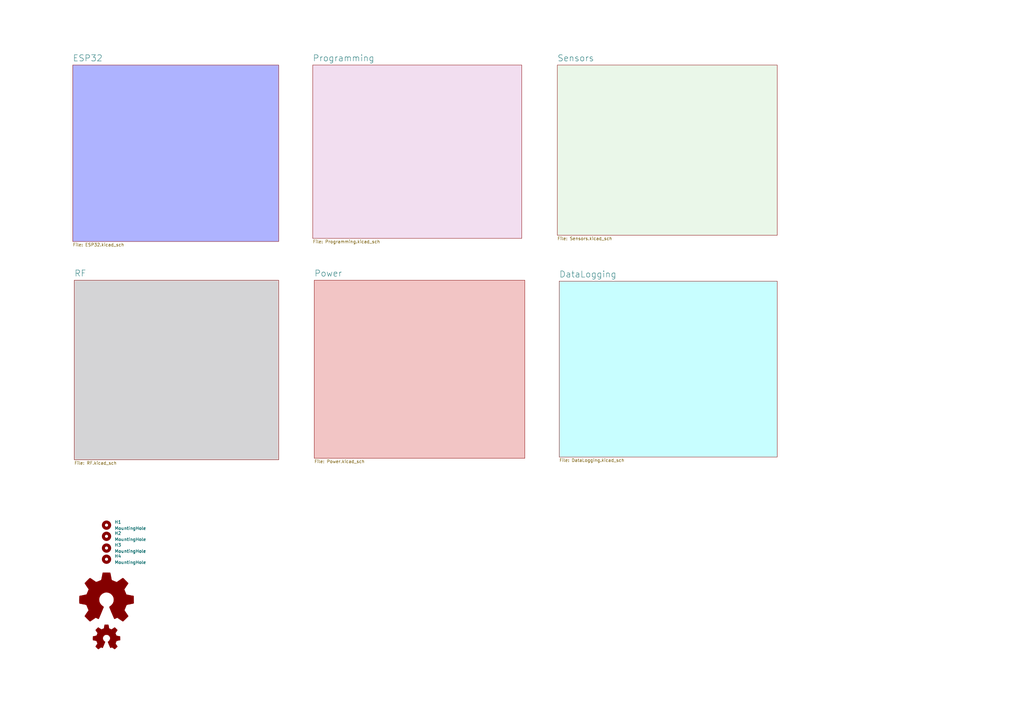
<source format=kicad_sch>
(kicad_sch (version 20211123) (generator eeschema)
  (paper "A3")
  (title_block (title "L2 Rocket PCB") (date "2021-05-05") (rev "2.0") (company "Monash University") (comment 1 "Created by Angus McLennan") (comment 2 "ID: 29714389"))
  (lib_symbols
    (symbol "Graphic:Logo_Open_Hardware_Large" (pin_names (offset 1.016))
      (symbol "Logo_Open_Hardware_Large_1_1"
        (polyline (pts (xy 6.731 -8.7122) (xy 6.6294 -8.6614) (xy 6.35 -8.4836) (xy 5.9944 -8.255) (xy 5.5372 -7.9502) (xy 5.1054 -7.6454) (xy 4.7498 -7.4168) (xy 4.4958 -7.239) (xy 4.3942 -7.1882) (xy 4.318 -7.2136) (xy 4.1148 -7.3152) (xy 3.81 -7.4676) (xy 3.6322 -7.5692) (xy 3.3528 -7.6708) (xy 3.2258 -7.6962) (xy 3.2004 -7.6708) (xy 3.0988 -7.4676) (xy 2.9464 -7.0866) (xy 2.7178 -6.604) (xy 2.4892 -6.0452) (xy 2.2352 -5.4356) (xy 1.9558 -4.826) (xy 1.7272 -4.2164) (xy 1.4986 -3.683) (xy 1.3208 -3.2512) (xy 1.2192 -2.9464) (xy 1.1684 -2.8194) (xy 1.1938 -2.794) (xy 1.3208 -2.667) (xy 1.5748 -2.4892) (xy 2.0828 -2.0574) (xy 2.6162 -1.397) (xy 2.921 -0.6604) (xy 3.048 0.1524) (xy 2.9464 0.9144) (xy 2.6416 1.6256) (xy 2.1336 2.286) (xy 1.524 2.7686) (xy 0.8128 3.0734) (xy 0 3.175) (xy -0.762 3.0988) (xy -1.4986 2.794) (xy -2.159 2.286) (xy -2.4384 1.9812) (xy -2.8194 1.3208) (xy -3.048 0.6096) (xy -3.0734 0.4318) (xy -3.0226 -0.3556) (xy -2.794 -1.0922) (xy -2.3876 -1.7526) (xy -1.8288 -2.3114) (xy -1.7526 -2.3622) (xy -1.4732 -2.5654) (xy -1.2954 -2.6924) (xy -1.1684 -2.8194) (xy -2.159 -5.207) (xy -2.3114 -5.588) (xy -2.5908 -6.2484) (xy -2.8194 -6.8072) (xy -3.0226 -7.2644) (xy -3.1496 -7.5692) (xy -3.2258 -7.6708) (xy -3.2258 -7.6962) (xy -3.302 -7.6962) (xy -3.4798 -7.6454) (xy -3.8354 -7.4676) (xy -4.0386 -7.366) (xy -4.2926 -7.239) (xy -4.4196 -7.1882) (xy -4.5212 -7.239) (xy -4.7498 -7.3914) (xy -5.1054 -7.6454) (xy -5.5372 -7.9248) (xy -5.9436 -8.2042) (xy -6.3246 -8.4582) (xy -6.604 -8.636) (xy -6.731 -8.7122) (xy -6.7564 -8.7122) (xy -6.858 -8.636) (xy -7.0866 -8.4582) (xy -7.4168 -8.1534) (xy -7.874 -7.6962) (xy -7.9502 -7.62) (xy -8.3312 -7.239) (xy -8.636 -6.9088) (xy -8.8392 -6.6802) (xy -8.9154 -6.5786) (xy -8.9154 -6.5786) (xy -8.8392 -6.4516) (xy -8.6614 -6.1722) (xy -8.4328 -5.7912) (xy -8.128 -5.3594) (xy -7.3152 -4.191) (xy -7.7724 -3.0988) (xy -7.8994 -2.7686) (xy -8.0772 -2.3622) (xy -8.2042 -2.0828) (xy -8.255 -1.9558) (xy -8.382 -1.905) (xy -8.6614 -1.8542) (xy -9.0932 -1.7526) (xy -9.6266 -1.651) (xy -10.1092 -1.5748) (xy -10.541 -1.4732) (xy -10.8712 -1.4224) (xy -11.0236 -1.397) (xy -11.049 -1.3716) (xy -11.0744 -1.2954) (xy -11.0998 -1.143) (xy -11.0998 -0.889) (xy -11.1252 -0.4572) (xy -11.1252 0.1524) (xy -11.1252 0.2286) (xy -11.0998 0.8128) (xy -11.0998 1.27) (xy -11.0744 1.5494) (xy -11.0744 1.6764) (xy -11.0744 1.6764) (xy -10.922 1.7018) (xy -10.6172 1.778) (xy -10.16 1.8542) (xy -9.652 1.9558) (xy -9.6012 1.9812) (xy -9.0932 2.0828) (xy -8.636 2.159) (xy -8.3312 2.2352) (xy -8.2042 2.286) (xy -8.1788 2.3114) (xy -8.0772 2.5146) (xy -7.9248 2.8448) (xy -7.747 3.2512) (xy -7.5692 3.6576) (xy -7.4168 4.0386) (xy -7.3152 4.318) (xy -7.2898 4.445) (xy -7.2898 4.445) (xy -7.366 4.572) (xy -7.5438 4.826) (xy -7.7978 5.207) (xy -8.128 5.6642) (xy -8.128 5.6896) (xy -8.4328 6.1468) (xy -8.6868 6.5278) (xy -8.8392 6.7818) (xy -8.9154 6.9088) (xy -8.9154 6.9088) (xy -8.8138 7.0358) (xy -8.5852 7.2898) (xy -8.255 7.6454) (xy -7.874 8.0264) (xy -7.747 8.1534) (xy -7.3152 8.5852) (xy -7.0104 8.8646) (xy -6.8326 8.9916) (xy -6.731 9.0424) (xy -6.731 9.0424) (xy -6.604 8.9408) (xy -6.3246 8.763) (xy -5.9436 8.509) (xy -5.4864 8.2042) (xy -5.461 8.1788) (xy -5.0038 7.874) (xy -4.6482 7.62) (xy -4.3688 7.4422) (xy -4.2672 7.3914) (xy -4.2418 7.3914) (xy -4.064 7.4422) (xy -3.7338 7.5438) (xy -3.3528 7.6962) (xy -2.9464 7.874) (xy -2.5654 8.0264) (xy -2.286 8.1534) (xy -2.159 8.2296) (xy -2.159 8.2296) (xy -2.1082 8.382) (xy -2.032 8.7122) (xy -1.9304 9.1694) (xy -1.8288 9.7282) (xy -1.8034 9.8044) (xy -1.7018 10.3378) (xy -1.6256 10.7696) (xy -1.5748 11.0744) (xy -1.524 11.2014) (xy -1.4478 11.2268) (xy -1.1938 11.2522) (xy -0.8128 11.2522) (xy -0.3302 11.2522) (xy 0.1524 11.2522) (xy 0.6604 11.2522) (xy 1.0668 11.2268) (xy 1.3716 11.2014) (xy 1.4986 11.176) (xy 1.4986 11.176) (xy 1.5494 11.0236) (xy 1.6256 10.6934) (xy 1.7018 10.2108) (xy 1.8288 9.6774) (xy 1.8288 9.5758) (xy 1.9304 9.0424) (xy 2.032 8.6106) (xy 2.0828 8.3058) (xy 2.1336 8.2042) (xy 2.159 8.1788) (xy 2.3876 8.0772) (xy 2.7432 7.9248) (xy 3.175 7.747) (xy 4.191 7.3406) (xy 5.461 8.2042) (xy 5.5626 8.2804) (xy 6.0198 8.5852) (xy 6.3754 8.8392) (xy 6.6294 8.9916) (xy 6.7564 9.0424) (xy 6.7564 9.0424) (xy 6.8834 8.9408) (xy 7.1374 8.7122) (xy 7.4676 8.382) (xy 7.8486 7.9756) (xy 8.1534 7.6962) (xy 8.4836 7.3406) (xy 8.7122 7.112) (xy 8.8392 6.9596) (xy 8.8646 6.858) (xy 8.8646 6.8072) (xy 8.7884 6.6802) (xy 8.6106 6.4008) (xy 8.3312 6.0198) (xy 8.0264 5.588) (xy 7.7978 5.207) (xy 7.5184 4.8006) (xy 7.3406 4.4958) (xy 7.2898 4.3434) (xy 7.2898 4.2926) (xy 7.3914 4.0386) (xy 7.5184 3.683) (xy 7.7216 3.2258) (xy 8.1534 2.2352) (xy 8.7884 2.1082) (xy 9.1948 2.0574) (xy 9.7536 1.9304) (xy 10.2616 1.8288) (xy 11.0998 1.6764) (xy 11.1252 -1.3208) (xy 10.9982 -1.3716) (xy 10.8712 -1.397) (xy 10.5664 -1.4732) (xy 10.1346 -1.5494) (xy 9.6266 -1.651) (xy 9.1948 -1.7272) (xy 8.7376 -1.8288) (xy 8.4328 -1.8796) (xy 8.2804 -1.905) (xy 8.255 -1.9558) (xy 8.1534 -2.159) (xy 7.9756 -2.5146) (xy 7.8232 -2.921) (xy 7.6454 -3.3274) (xy 7.493 -3.7338) (xy 7.366 -4.0132) (xy 7.3406 -4.191) (xy 7.3914 -4.2926) (xy 7.5692 -4.5466) (xy 7.7978 -4.9276) (xy 8.1026 -5.3594) (xy 8.4074 -5.7912) (xy 8.6614 -6.1722) (xy 8.8138 -6.4262) (xy 8.89 -6.5532) (xy 8.8646 -6.6548) (xy 8.6868 -6.858) (xy 8.3566 -7.1882) (xy 7.874 -7.6708) (xy 7.7978 -7.747) (xy 7.3914 -8.128) (xy 7.0612 -8.4328) (xy 6.8326 -8.636) (xy 6.731 -8.7122)) (fill (type outline)))
      )
    )
    (symbol "Graphic:Logo_Open_Hardware_Small" (pin_names (offset 1.016))
      (symbol "Logo_Open_Hardware_Small_0_1"
        (polyline (pts (xy 3.3528 -4.3434) (xy 3.302 -4.318) (xy 3.175 -4.2418) (xy 2.9972 -4.1148) (xy 2.7686 -3.9624) (xy 2.54 -3.81) (xy 2.3622 -3.7084) (xy 2.2352 -3.6068) (xy 2.1844 -3.5814) (xy 2.159 -3.6068) (xy 2.0574 -3.6576) (xy 1.905 -3.7338) (xy 1.8034 -3.7846) (xy 1.6764 -3.8354) (xy 1.6002 -3.8354) (xy 1.6002 -3.8354) (xy 1.5494 -3.7338) (xy 1.4732 -3.5306) (xy 1.3462 -3.302) (xy 1.2446 -3.0226) (xy 1.1176 -2.7178) (xy 0.9652 -2.413) (xy 0.8636 -2.1082) (xy 0.7366 -1.8288) (xy 0.6604 -1.6256) (xy 0.6096 -1.4732) (xy 0.5842 -1.397) (xy 0.5842 -1.397) (xy 0.6604 -1.3208) (xy 0.7874 -1.2446) (xy 1.0414 -1.016) (xy 1.2954 -0.6858) (xy 1.4478 -0.3302) (xy 1.524 0.0762) (xy 1.4732 0.4572) (xy 1.3208 0.8128) (xy 1.0668 1.143) (xy 0.762 1.3716) (xy 0.4064 1.524) (xy 0 1.5748) (xy -0.381 1.5494) (xy -0.7366 1.397) (xy -1.0668 1.143) (xy -1.2192 0.9906) (xy -1.397 0.6604) (xy -1.524 0.3048) (xy -1.524 0.2286) (xy -1.4986 -0.1778) (xy -1.397 -0.5334) (xy -1.1938 -0.8636) (xy -0.9144 -1.143) (xy -0.8636 -1.1684) (xy -0.7366 -1.27) (xy -0.635 -1.3462) (xy -0.5842 -1.397) (xy -1.0668 -2.5908) (xy -1.143 -2.794) (xy -1.2954 -3.1242) (xy -1.397 -3.4036) (xy -1.4986 -3.6322) (xy -1.5748 -3.7846) (xy -1.6002 -3.8354) (xy -1.6002 -3.8354) (xy -1.651 -3.8354) (xy -1.7272 -3.81) (xy -1.905 -3.7338) (xy -2.0066 -3.683) (xy -2.1336 -3.6068) (xy -2.2098 -3.5814) (xy -2.2606 -3.6068) (xy -2.3622 -3.683) (xy -2.54 -3.81) (xy -2.7686 -3.9624) (xy -2.9718 -4.0894) (xy -3.1496 -4.2164) (xy -3.302 -4.318) (xy -3.3528 -4.3434) (xy -3.3782 -4.3434) (xy -3.429 -4.318) (xy -3.5306 -4.2164) (xy -3.7084 -4.064) (xy -3.937 -3.8354) (xy -3.9624 -3.81) (xy -4.1656 -3.6068) (xy -4.318 -3.4544) (xy -4.4196 -3.3274) (xy -4.445 -3.2766) (xy -4.445 -3.2766) (xy -4.4196 -3.2258) (xy -4.318 -3.0734) (xy -4.2164 -2.8956) (xy -4.064 -2.667) (xy -3.6576 -2.0828) (xy -3.8862 -1.5494) (xy -3.937 -1.3716) (xy -4.0386 -1.1684) (xy -4.0894 -1.0414) (xy -4.1148 -0.9652) (xy -4.191 -0.9398) (xy -4.318 -0.9144) (xy -4.5466 -0.8636) (xy -4.8006 -0.8128) (xy -5.0546 -0.7874) (xy -5.2578 -0.7366) (xy -5.4356 -0.7112) (xy -5.5118 -0.6858) (xy -5.5118 -0.6858) (xy -5.5372 -0.635) (xy -5.5372 -0.5588) (xy -5.5372 -0.4318) (xy -5.5626 -0.2286) (xy -5.5626 0.0762) (xy -5.5626 0.127) (xy -5.5372 0.4064) (xy -5.5372 0.635) (xy -5.5372 0.762) (xy -5.5372 0.8382) (xy -5.5372 0.8382) (xy -5.461 0.8382) (xy -5.3086 0.889) (xy -5.08 0.9144) (xy -4.826 0.9652) (xy -4.8006 0.9906) (xy -4.5466 1.0414) (xy -4.318 1.0668) (xy -4.1656 1.1176) (xy -4.0894 1.143) (xy -4.0894 1.143) (xy -4.0386 1.2446) (xy -3.9624 1.4224) (xy -3.8608 1.6256) (xy -3.7846 1.8288) (xy -3.7084 2.0066) (xy -3.6576 2.159) (xy -3.6322 2.2098) (xy -3.6322 2.2098) (xy -3.683 2.286) (xy -3.7592 2.413) (xy -3.8862 2.5908) (xy -4.064 2.8194) (xy -4.064 2.8448) (xy -4.2164 3.0734) (xy -4.3434 3.2512) (xy -4.4196 3.3782) (xy -4.445 3.4544) (xy -4.445 3.4544) (xy -4.3942 3.5052) (xy -4.2926 3.6322) (xy -4.1148 3.81) (xy -3.937 4.0132) (xy -3.8608 4.064) (xy -3.6576 4.2926) (xy -3.5052 4.4196) (xy -3.4036 4.4958) (xy -3.3528 4.5212) (xy -3.3528 4.5212) (xy -3.302 4.4704) (xy -3.1496 4.3688) (xy -2.9718 4.2418) (xy -2.7432 4.0894) (xy -2.7178 4.0894) (xy -2.4892 3.937) (xy -2.3114 3.81) (xy -2.1844 3.7084) (xy -2.1336 3.683) (xy -2.1082 3.683) (xy -2.032 3.7084) (xy -1.8542 3.7592) (xy -1.6764 3.8354) (xy -1.4732 3.937) (xy -1.27 4.0132) (xy -1.143 4.064) (xy -1.0668 4.1148) (xy -1.0668 4.1148) (xy -1.0414 4.191) (xy -1.016 4.3434) (xy -0.9652 4.572) (xy -0.9144 4.8514) (xy -0.889 4.9022) (xy -0.8382 5.1562) (xy -0.8128 5.3848) (xy -0.7874 5.5372) (xy -0.762 5.588) (xy -0.7112 5.6134) (xy -0.5842 5.6134) (xy -0.4064 5.6134) (xy -0.1524 5.6134) (xy 0.0762 5.6134) (xy 0.3302 5.6134) (xy 0.5334 5.6134) (xy 0.6858 5.588) (xy 0.7366 5.588) (xy 0.7366 5.588) (xy 0.762 5.5118) (xy 0.8128 5.334) (xy 0.8382 5.1054) (xy 0.9144 4.826) (xy 0.9144 4.7752) (xy 0.9652 4.5212) (xy 1.016 4.2926) (xy 1.0414 4.1402) (xy 1.0668 4.0894) (xy 1.0668 4.0894) (xy 1.1938 4.0386) (xy 1.3716 3.9624) (xy 1.5748 3.8608) (xy 2.0828 3.6576) (xy 2.7178 4.0894) (xy 2.7686 4.1402) (xy 2.9972 4.2926) (xy 3.175 4.4196) (xy 3.302 4.4958) (xy 3.3782 4.5212) (xy 3.3782 4.5212) (xy 3.429 4.4704) (xy 3.556 4.3434) (xy 3.7338 4.191) (xy 3.9116 3.9878) (xy 4.064 3.8354) (xy 4.2418 3.6576) (xy 4.3434 3.556) (xy 4.4196 3.4798) (xy 4.4196 3.429) (xy 4.4196 3.4036) (xy 4.3942 3.3274) (xy 4.2926 3.2004) (xy 4.1656 2.9972) (xy 4.0132 2.794) (xy 3.8862 2.5908) (xy 3.7592 2.3876) (xy 3.6576 2.2352) (xy 3.6322 2.159) (xy 3.6322 2.1336) (xy 3.683 2.0066) (xy 3.7592 1.8288) (xy 3.8608 1.6002) (xy 4.064 1.1176) (xy 4.3942 1.0414) (xy 4.5974 1.016) (xy 4.8768 0.9652) (xy 5.1308 0.9144) (xy 5.5372 0.8382) (xy 5.5626 -0.6604) (xy 5.4864 -0.6858) (xy 5.4356 -0.6858) (xy 5.2832 -0.7366) (xy 5.0546 -0.762) (xy 4.8006 -0.8128) (xy 4.5974 -0.8636) (xy 4.3688 -0.9144) (xy 4.2164 -0.9398) (xy 4.1402 -0.9398) (xy 4.1148 -0.9652) (xy 4.064 -1.0668) (xy 3.9878 -1.2446) (xy 3.9116 -1.4478) (xy 3.81 -1.651) (xy 3.7338 -1.8542) (xy 3.683 -2.0066) (xy 3.6576 -2.0828) (xy 3.683 -2.1336) (xy 3.7846 -2.2606) (xy 3.8862 -2.4638) (xy 4.0386 -2.667) (xy 4.191 -2.8956) (xy 4.318 -3.0734) (xy 4.3942 -3.2004) (xy 4.445 -3.2766) (xy 4.4196 -3.3274) (xy 4.3434 -3.429) (xy 4.1656 -3.5814) (xy 3.937 -3.8354) (xy 3.8862 -3.8608) (xy 3.683 -4.064) (xy 3.5306 -4.2164) (xy 3.4036 -4.318) (xy 3.3528 -4.3434)) (fill (type outline)))
      )
    )
    (symbol "Mechanical:MountingHole" (pin_names (offset 1.016))
      (property "Reference" "H" (at 0 5.08 0))
      (property "Value" "MountingHole" (at 0 3.175 0))
      (symbol "MountingHole_0_1"
        (circle (center 0 0) (radius 1.27) (stroke (width 1.27)))
      )
    )
  )
  (symbol (lib_id "Mechanical:MountingHole") (at 43.688 224.79 0) (unit 1)
    (property "Reference" "H3" (at 46.99 223.5199 0) (effects (justify left)))
    (property "Value" "MountingHole" (at 46.99 226.0599 0) (effects (justify left)))
    (property "Footprint" "MountingHole:MountingHole_3.2mm_M3_ISO14580_Pad_TopOnly" (effects hide))
  )
  (symbol (lib_id "Graphic:Logo_Open_Hardware_Large") (at 43.688 246.126 0) (unit 1)
    (property "Reference" "#LOGO1" (effects hide))
    (property "Value" "Logo_Open_Hardware_Large" (effects hide))
    (property "Footprint" "Local_footprints:HPR_Logo" (effects hide))
  )
  (symbol (lib_id "Mechanical:MountingHole") (at 43.688 215.392 0) (unit 1)
    (property "Reference" "H1" (at 46.99 214.1219 0) (effects (justify left)))
    (property "Value" "MountingHole" (at 46.99 216.6619 0) (effects (justify left)))
    (property "Footprint" "MountingHole:MountingHole_3.2mm_M3_ISO14580_Pad_TopOnly" (effects hide))
  )
  (symbol (lib_id "Mechanical:MountingHole") (at 43.688 219.964 0) (unit 1)
    (property "Reference" "H2" (at 46.99 218.6939 0) (effects (justify left)))
    (property "Value" "MountingHole" (at 46.99 221.2339 0) (effects (justify left)))
    (property "Footprint" "MountingHole:MountingHole_3.2mm_M3_ISO14580_Pad_TopOnly" (effects hide))
  )
  (symbol (lib_id "Graphic:Logo_Open_Hardware_Small") (at 43.688 261.874 0) (unit 1)
    (property "Reference" "#LOGO2" (effects hide))
    (property "Value" "Logo_Open_Hardware_Small" (effects hide))
    (property "Footprint" "Local_footprints:Liaka_Text" (effects hide))
  )
  (symbol (lib_id "Mechanical:MountingHole") (at 43.688 229.362 0) (unit 1)
    (property "Reference" "H4" (at 46.99 228.0919 0) (effects (justify left)))
    (property "Value" "MountingHole" (at 46.99 230.6319 0) (effects (justify left)))
    (property "Footprint" "MountingHole:MountingHole_3.2mm_M3_ISO14580_Pad_TopOnly" (effects hide))
  )
  (sheet (at 228.6 26.67) (size 90.17 69.85) (stroke (width 0.1524)) (fill (color 70 182 57 0.1100))
    (property "Sheet name" "Sensors" (at 228.6 25.3234 0) (effects (font (size 2.54 2.54)) (justify left bottom)))
    (property "Sheet file" "Sensors.kicad_sch" (at 228.6 97.1046 0) (effects (justify left top)))
  )
  (sheet (at 229.362 115.316) (size 89.408 72.136) (stroke (width 0.1524)) (fill (color 8 253 255 0.2200))
    (property "Sheet name" "DataLogging" (at 229.362 113.9694 0) (effects (font (size 2.54 2.54)) (justify left bottom)))
    (property "Sheet file" "DataLogging.kicad_sch" (at 229.362 188.0366 0) (effects (justify left top)))
  )
  (sheet (at 29.845 26.67) (size 84.455 72.39) (stroke (width 0.1524)) (fill (color 1 17 255 0.3200))
    (property "Sheet name" "ESP32" (at 29.845 25.3234 0) (effects (font (size 2.54 2.54)) (justify left bottom)))
    (property "Sheet file" "ESP32.kicad_sch" (at 29.845 99.6446 0) (effects (justify left top)))
  )
  (sheet (at 128.27 26.67) (size 85.725 71.12) (stroke (width 0.1524)) (fill (color 158 4 145 0.1300))
    (property "Sheet name" "Programming" (at 128.27 25.3234 0) (effects (font (size 2.54 2.54)) (justify left bottom)))
    (property "Sheet file" "Programming.kicad_sch" (at 128.27 98.3746 0) (effects (justify left top)))
  )
  (sheet (at 30.48 114.935) (size 83.82 73.66) (stroke (width 0.1524)) (fill (color 1 1 16 0.1700))
    (property "Sheet name" "RF" (at 30.48 113.5884 0) (effects (font (size 2.54 2.54)) (justify left bottom)))
    (property "Sheet file" "RF.kicad_sch" (at 30.48 189.1796 0) (effects (justify left top)))
  )
  (sheet (at 128.905 114.935) (size 86.36 73.025) (stroke (width 0.1524)) (fill (color 199 0 3 0.2300))
    (property "Sheet name" "Power" (at 128.905 113.5884 0) (effects (font (size 2.54 2.54)) (justify left bottom)))
    (property "Sheet file" "Power.kicad_sch" (at 128.905 188.5446 0) (effects (justify left top)))
  )
)
</source>
